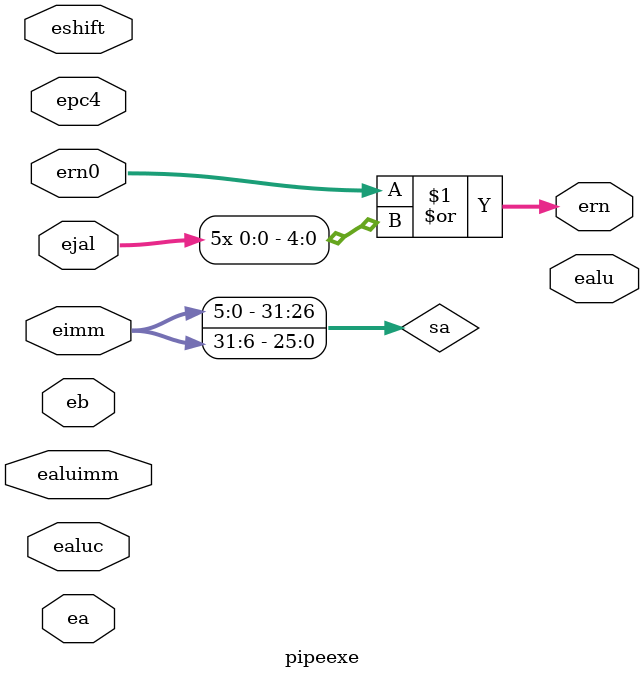
<source format=v>
`include "cla32.v"
`include "mux2x32.v"
`include "alu.v"
module pipeexe (ealuc,ealuimm,ea,eb,eimm,eshift,ern0,epc4,
				ejal,ern,ealu);
		input [31:0] ea,eb,eimm,epc4;
		input [4:0]	 ern0;
		input [3:0]	ealuc;
		input ealuimm,eshift,ejal;
		output [31:0] ealu;
		output [4:0] ern;
		wire [31:0] alua,alub,sa,ealu0,epc8;
		wire z;
		assign sa = {eimm[5:0],eimm[31:6]};
		cla32 ret_addr (epc4,32'h4,1'b0,epc8);
		mux2x32 alu_ina(ea,sa,eshift,alua);
		mux2x32 alu_inb(eb,eimm,ealuimm,alub);
		assign ern = ern0|{5{ejal}};
		alu a1_unit (alua,alub,ealuc,ealu0,z);
		
endmodule
</source>
